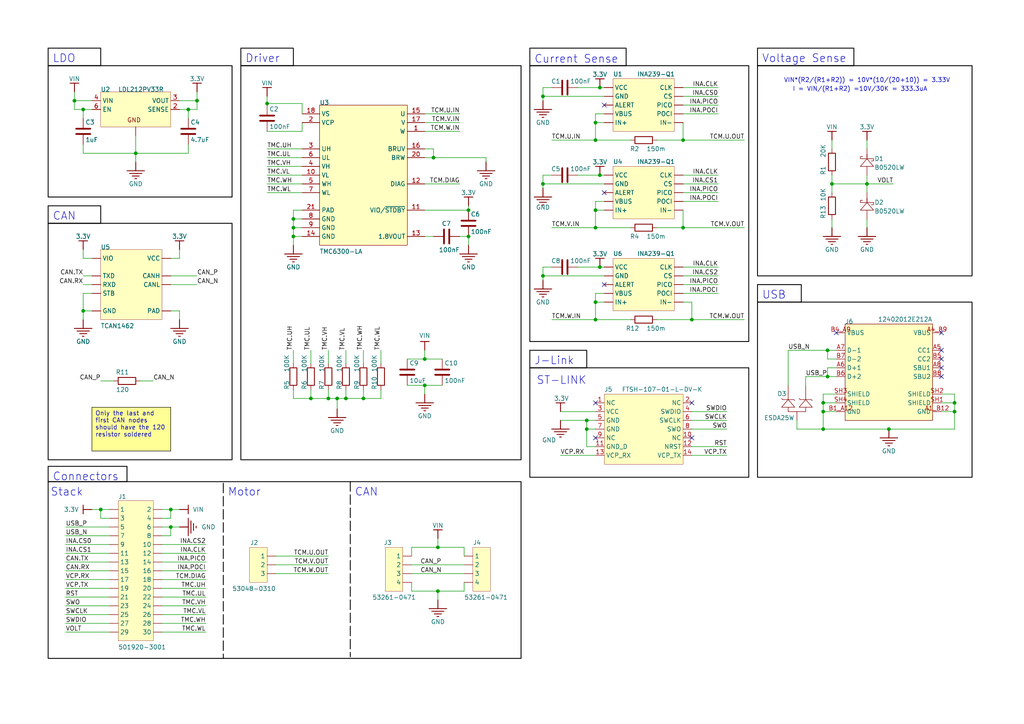
<source format=kicad_sch>
(kicad_sch (version 20250114) (generator "eeschema") (generator_version "9.0")
  (paper "A4")
  (title_block (date "2025-05-06") (rev "v3"))
  (lib_symbols
    (symbol "BLDCM-Power-altium-import:3.3V_BAR" (power)
      (property "Value" "3.3V" (at 0 -3.81 0))
      (symbol "3.3V_BAR_0_0"
        (pin power_in line (at 0 0 0) (length 0) (hide yes) (name "3.3V") (number ""))
      )
    )
    (symbol "BLDCM-Power-altium-import:GND_POWER_GROUND" (power)
      (property "Value" "GND" (at 0 -6.35 0))
      (symbol "GND_POWER_GROUND_0_0"
        (pin power_in line (at 0 0 0) (length 0) (hide yes) (name "GND") (number ""))
      )
    )
    (symbol "BLDCM-Power-altium-import:VIN_BAR" (power)
      (property "Value" "VIN" (at 0 -3.81 0))
      (symbol "VIN_BAR_0_0"
        (pin power_in line (at 0 0 0) (length 0) (hide yes) (name "VIN") (number ""))
      )
    )
    (symbol "BrenoCQ:D_Schottky_B0520LW" (pin_numbers (hide yes)) (pin_names (hide yes))
      (property "Reference" "D?" (at -2.54 3.81 0))
      (symbol "D_Schottky_B0520LW_1_0"
        (pin passive line (at 0 3.81 270) (length 2.54) (name "2") (number "2"))
        (pin passive line (at 0 -3.81 90) (length 2.54) (name "1") (number "1"))
      )
    )
    (symbol "BrenoCQ:ESDA25W" (pin_numbers (hide yes)) (pin_names (hide yes))
      (property "Reference" "U?" (at -5.08 5.08 0))
      (symbol "ESDA25W_1_0"
        (pin passive line (at -2.54 7.62 270) (length 2.54) (name "1") (number "1"))
        (pin passive line (at 0 -2.54 90) (length 2.54) (name "3") (number "3"))
        (pin passive line (at 2.54 7.62 270) (length 2.54) (name "2") (number "2"))
      )
    )
    (symbol "BrenoCQ:INA239-Q1" (pin_numbers (hide yes))
      (property "Reference" "U?" (at -7.62 8.89 0))
      (symbol "INA239-Q1_1_0"
        (pin passive line (at -11.43 5.08 0) (length 2.54) (name "VCC") (number "6"))
        (pin passive line (at -11.43 2.54 0) (length 2.54) (name "GND") (number "7"))
        (pin passive line (at -11.43 0 0) (length 2.54) (name "ALERT") (number "3"))
        (pin passive line (at -11.43 -2.54 0) (length 2.54) (name "VBUS") (number "8"))
        (pin passive line (at -11.43 -5.08 0) (length 2.54) (name "IN+") (number "10"))
        (pin passive line (at 11.43 5.08 180) (length 2.54) (name "CLK") (number "5"))
        (pin passive line (at 11.43 2.54 180) (length 2.54) (name "CS") (number "1"))
        (pin passive line (at 11.43 0 180) (length 2.54) (name "PICO") (number "2"))
        (pin passive line (at 11.43 -2.54 180) (length 2.54) (name "POCI") (number "4"))
        (pin passive line (at 11.43 -5.08 180) (length 2.54) (name "IN-") (number "9"))
      )
    )
    (symbol "BrenoCQ:JLINK_14P_FTSH-107-01-L-DV-K-TR"
      (property "Reference" "J?" (at -3.175 8.89 0))
      (symbol "JLINK_14P_FTSH-107-01-L-DV-K-TR_1_0"
        (pin passive line (at -7.62 5.08 0) (length 2.54) (name "NC") (number "1"))
        (pin passive line (at -7.62 2.54 0) (length 2.54) (name "VCC") (number "3"))
        (pin passive line (at -7.62 0 0) (length 2.54) (name "GND") (number "5"))
        (pin passive line (at -7.62 -2.54 0) (length 2.54) (name "GND") (number "7"))
        (pin passive line (at -7.62 -5.08 0) (length 2.54) (name "NC") (number "9"))
        (pin passive line (at -7.62 -7.62 0) (length 2.54) (name "GND_D") (number "11"))
        (pin passive line (at -7.62 -10.16 0) (length 2.54) (name "VCP_RX") (number "13"))
        (pin passive line (at 20.32 5.08 180) (length 2.54) (name "NC") (number "2"))
        (pin passive line (at 20.32 2.54 180) (length 2.54) (name "SWDIO") (number "4"))
        (pin passive line (at 20.32 0 180) (length 2.54) (name "SWCLK") (number "6"))
        (pin passive line (at 20.32 -2.54 180) (length 2.54) (name "SWO") (number "8"))
        (pin passive line (at 20.32 -5.08 180) (length 2.54) (name "NC") (number "10"))
        (pin passive line (at 20.32 -7.62 180) (length 2.54) (name "NRST") (number "12"))
        (pin passive line (at 20.32 -10.16 180) (length 2.54) (name "VCP_TX") (number "14"))
      )
    )
    (symbol "BrenoCQ:LDL212PV33R"
      (property "Reference" "U?" (at -8.89 8.89 0))
      (symbol "LDL212PV33R_1_0"
        (text "GND" (at -2.54 -1.27 0) (effects (font (size 1.27 1.27)) (justify left bottom)))
        (pin passive line (at -12.7 5.08 0) (length 2.54) (name "VIN") (number "4"))
        (pin passive line (at -12.7 2.54 0) (length 2.54) (name "EN") (number "6"))
        (pin passive line (at 0 -5.08 90) (length 2.54) (name "GND") (number "1"))
        (pin passive line (at 0 -5.08 90) (length 2.54) (name "GND") (number "PAD"))
        (pin passive line (at 12.7 5.08 180) (length 2.54) (name "VOUT") (number "3"))
        (pin passive line (at 12.7 2.54 180) (length 2.54) (name "SENSE") (number "2"))
      )
    )
    (symbol "BrenoCQ:Molex_05MM-30P" (pin_numbers (hide yes))
      (property "Reference" "J?" (at -3.81 13.97 0))
      (symbol "Molex_05MM-30P_1_0"
        (pin passive line (at -7.62 10.16 0) (length 2.54) (name "1") (number "1"))
        (pin passive line (at -7.62 7.62 0) (length 2.54) (name "3") (number "3"))
        (pin passive line (at -7.62 5.08 0) (length 2.54) (name "5") (number "5"))
        (pin passive line (at -7.62 2.54 0) (length 2.54) (name "7") (number "7"))
        (pin passive line (at -7.62 0 0) (length 2.54) (name "9") (number "9"))
        (pin passive line (at -7.62 -2.54 0) (length 2.54) (name "11") (number "11"))
        (pin passive line (at -7.62 -5.08 0) (length 2.54) (name "13") (number "13"))
        (pin passive line (at -7.62 -7.62 0) (length 2.54) (name "15") (number "15"))
        (pin passive line (at -7.62 -10.16 0) (length 2.54) (name "17") (number "17"))
        (pin passive line (at -7.62 -12.7 0) (length 2.54) (name "19") (number "19"))
        (pin passive line (at -7.62 -15.24 0) (length 2.54) (name "21") (number "21"))
        (pin passive line (at -7.62 -17.78 0) (length 2.54) (name "23") (number "23"))
        (pin passive line (at -7.62 -20.32 0) (length 2.54) (name "25") (number "25"))
        (pin passive line (at -7.62 -22.86 0) (length 2.54) (name "27") (number "27"))
        (pin passive line (at -7.62 -25.4 0) (length 2.54) (name "29") (number "29"))
        (pin passive line (at 7.62 10.16 180) (length 2.54) (name "2") (number "2"))
        (pin passive line (at 7.62 7.62 180) (length 2.54) (name "4") (number "4"))
        (pin passive line (at 7.62 5.08 180) (length 2.54) (name "6") (number "6"))
        (pin passive line (at 7.62 2.54 180) (length 2.54) (name "8") (number "8"))
        (pin passive line (at 7.62 0 180) (length 2.54) (name "10") (number "10"))
        (pin passive line (at 7.62 -2.54 180) (length 2.54) (name "12") (number "12"))
        (pin passive line (at 7.62 -5.08 180) (length 2.54) (name "14") (number "14"))
        (pin passive line (at 7.62 -7.62 180) (length 2.54) (name "16") (number "16"))
        (pin passive line (at 7.62 -10.16 180) (length 2.54) (name "18") (number "18"))
        (pin passive line (at 7.62 -12.7 180) (length 2.54) (name "20") (number "20"))
        (pin passive line (at 7.62 -15.24 180) (length 2.54) (name "22") (number "22"))
        (pin passive line (at 7.62 -17.78 180) (length 2.54) (name "24") (number "24"))
        (pin passive line (at 7.62 -20.32 180) (length 2.54) (name "26") (number "26"))
        (pin passive line (at 7.62 -22.86 180) (length 2.54) (name "28") (number "28"))
        (pin passive line (at 7.62 -25.4 180) (length 2.54) (name "30") (number "30"))
      )
    )
    (symbol "BrenoCQ:Molex_125MM-3P-H" (pin_numbers (hide yes))
      (property "Reference" "J?" (at -1.27 6.35 0))
      (symbol "Molex_125MM-3P-H_1_0"
        (pin passive line (at -5.08 2.54 0) (length 2.54) (name "1") (number "1"))
        (pin passive line (at -5.08 0 0) (length 2.54) (name "2") (number "2"))
        (pin passive line (at -5.08 -2.54 0) (length 2.54) (name "3") (number "3"))
      )
    )
    (symbol "BrenoCQ:Molex_125MM-4P-H-SMD" (pin_numbers (hide yes))
      (property "Reference" "J?" (at -3.81 6.35 0))
      (symbol "Molex_125MM-4P-H-SMD_1_0"
        (pin passive line (at -7.62 2.54 0) (length 2.54) (name "1") (number "1"))
        (pin passive line (at -7.62 0 0) (length 2.54) (name "2") (number "2"))
        (pin passive line (at -7.62 -2.54 0) (length 2.54) (name "3") (number "3"))
        (pin passive line (at -7.62 -5.08 0) (length 2.54) (name "4") (number "4"))
      )
    )
    (symbol "BrenoCQ:TCAN1462" (pin_numbers (hide yes))
      (property "Reference" "U?" (at -6.35 11.43 0))
      (symbol "TCAN1462_1_0"
        (pin passive line (at -10.16 7.62 0) (length 2.54) (name "VIO") (number "5"))
        (pin passive line (at -10.16 2.54 0) (length 2.54) (name "TXD") (number "1"))
        (pin passive line (at -10.16 0 0) (length 2.54) (name "RXD") (number "4"))
        (pin passive line (at -10.16 -2.54 0) (length 2.54) (name "STB") (number "8"))
        (pin passive line (at -10.16 -7.62 0) (length 2.54) (name "GND") (number "2"))
        (pin passive line (at 12.7 7.62 180) (length 2.54) (name "VCC") (number "3"))
        (pin passive line (at 12.7 2.54 180) (length 2.54) (name "CANH") (number "7"))
        (pin passive line (at 12.7 0 180) (length 2.54) (name "CANL") (number "6"))
        (pin passive line (at 12.7 -7.62 180) (length 2.54) (name "PAD") (number "PAD"))
      )
    )
    (symbol "BrenoCQ:TMC6300-LA"
      (property "Reference" "U?" (at -11.43 19.05 0))
      (symbol "TMC6300-LA_1_0"
        (pin passive line (at -17.78 15.24 0) (length 5.08) (name "VS") (number "18"))
        (pin passive line (at -17.78 12.7 0) (length 5.08) (name "VCP") (number "2"))
        (pin passive line (at -17.78 5.08 0) (length 5.08) (name "UH") (number "3"))
        (pin passive line (at -17.78 2.54 0) (length 5.08) (name "UL") (number "6"))
        (pin passive line (at -17.78 0 0) (length 5.08) (name "VH") (number "4"))
        (pin passive line (at -17.78 -2.54 0) (length 5.08) (name "VL") (number "10"))
        (pin passive line (at -17.78 -5.08 0) (length 5.08) (name "WH") (number "5"))
        (pin passive line (at -17.78 -7.62 0) (length 5.08) (name "WL") (number "7"))
        (pin passive line (at -17.78 -12.7 0) (length 5.08) (name "PAD") (number "21"))
        (pin passive line (at -17.78 -15.24 0) (length 5.08) (name "GND") (number "8"))
        (pin passive line (at -17.78 -17.78 0) (length 5.08) (name "GND") (number "9"))
        (pin passive line (at -17.78 -20.32 0) (length 5.08) (name "GND") (number "14"))
        (pin passive line (at 17.78 15.24 180) (length 5.08) (name "U") (number "15"))
        (pin passive line (at 17.78 12.7 180) (length 5.08) (name "V") (number "17"))
        (pin passive line (at 17.78 10.16 180) (length 5.08) (name "W") (number "1"))
        (pin passive line (at 17.78 5.08 180) (length 5.08) (name "BRUV") (number "16"))
        (pin passive line (at 17.78 2.54 180) (length 5.08) (name "BRW") (number "20"))
        (pin passive line (at 17.78 -5.08 180) (length 5.08) (name "DIAG") (number "12"))
        (pin passive line (at 17.78 -12.7 180) (length 5.08) (name "VIO/~{STDBY}") (number "11"))
        (pin passive line (at 17.78 -20.32 180) (length 5.08) (name "1.8VOUT") (number "13"))
      )
    )
    (symbol "BrenoCQ:USB_12402012E212A"
      (property "Reference" "U?" (at -11.43 13.97 0))
      (symbol "USB_12402012E212A_1_0"
        (pin power_in line (at -15.24 10.16 0) (length 2.54) (name "VBUS") (number "B4_A9"))
        (pin bidirectional line (at -15.24 5.08 0) (length 2.54) (name "D-1") (number "A7"))
        (pin bidirectional line (at -15.24 2.54 0) (length 2.54) (name "D-2") (number "B7"))
        (pin bidirectional line (at -15.24 0 0) (length 2.54) (name "D+1") (number "A6"))
        (pin bidirectional line (at -15.24 -2.54 0) (length 2.54) (name "D+2") (number "B6"))
        (pin passive line (at -15.24 -7.62 0) (length 2.54) (name "SHIELD") (number "SH3"))
        (pin passive line (at -15.24 -10.16 0) (length 2.54) (name "SHIELD") (number "SH4"))
        (pin power_in line (at -15.24 -12.7 0) (length 2.54) (name "GND") (number "B1_A12"))
        (pin power_in line (at 15.24 10.16 180) (length 2.54) (name "VBUS") (number "A4_B9"))
        (pin bidirectional line (at 15.24 5.08 180) (length 2.54) (name "CC1") (number "A5"))
        (pin bidirectional line (at 15.24 2.54 180) (length 2.54) (name "CC2") (number "B5"))
        (pin bidirectional line (at 15.24 0 180) (length 2.54) (name "SBU1") (number "A8"))
        (pin bidirectional line (at 15.24 -2.54 180) (length 2.54) (name "SBU2") (number "B8"))
        (pin passive line (at 15.24 -7.62 180) (length 2.54) (name "SHIELD") (number "SH2"))
        (pin passive line (at 15.24 -10.16 180) (length 2.54) (name "SHIELD") (number "SH1"))
        (pin power_in line (at 15.24 -12.7 180) (length 2.54) (name "GND") (number "A1_B12"))
      )
    )
    (symbol "Device:C" (pin_numbers (hide yes)) (pin_names (offset 0.254))
      (property "Reference" "C" (at 0.635 2.54 0))
      (property "Value" "C" (at 0.635 -2.54 0))
      (symbol "C_1_1"
        (pin passive line (at 0 3.81 270) (length 2.794) (name "~") (number "1"))
        (pin passive line (at 0 -3.81 90) (length 2.794) (name "~") (number "2"))
      )
    )
    (symbol "Device:R" (pin_numbers (hide yes)) (pin_names (offset 0))
      (property "Reference" "R" (at 2.032 0 90))
      (property "Value" "R" (at 0 0 90))
      (symbol "R_1_1"
        (pin passive line (at 0 3.81 270) (length 1.27) (name "~") (number "1"))
        (pin passive line (at 0 -3.81 90) (length 1.27) (name "~") (number "2"))
      )
    )
  )
  (rectangle (start 13.97 13.97) (end 29.21 19.05) (stroke (width 0.254) (color 0 0 0 1)))
  (rectangle (start 69.85 13.97) (end 85.09 19.05) (stroke (width 0.254) (color 0 0 0 1)))
  (rectangle (start 69.85 19.05) (end 151.13 133.35) (stroke (width 0.254) (color 0 0 0 1)))
  (rectangle (start 153.67 101.6) (end 170.18 106.68) (stroke (width 0.254) (color 0 0 0 1)))
  (rectangle (start 232.41 82.55) (end 219.71 87.63) (stroke (width 0.254) (color 0 0 0 1)))
  (rectangle (start 29.21 59.69) (end 13.97 64.77) (stroke (width 0.254) (color 0 0 0 1)))
  (rectangle (start 153.67 106.68) (end 217.17 138.43) (stroke (width 0.254) (color 0 0 0 1)))
  (rectangle (start 219.71 19.05) (end 281.94 80.01) (stroke (width 0.254) (color 0 0 0 1)))
  (rectangle (start 13.97 135.255) (end 36.83 139.7) (stroke (width 0.254) (color 0 0 0 1)))
  (rectangle (start 13.97 139.7) (end 151.13 190.9572) (stroke (width 0.254) (color 0 0 0 1)))
  (rectangle (start 219.71 13.97) (end 247.65 19.05) (stroke (width 0.254) (color 0 0 0 1)))
  (rectangle (start 219.71 87.63) (end 281.94 138.43) (stroke (width 0.254) (color 0 0 0 1)))
  (rectangle (start 153.67 13.97) (end 181.61 19.05) (stroke (width 0.254) (color 0 0 0 1)))
  (rectangle (start 67.31 64.77) (end 13.97 133.35) (stroke (width 0.254) (color 0 0 0 1)))
  (rectangle (start 153.67 19.05) (end 217.17 99.06) (stroke (width 0.254) (color 0 0 0 1)))
  (rectangle (start 13.97 19.05) (end 67.31 57.15) (stroke (width 0.254) (color 0 0 0 1)))
  (text "J-Link" (at 154.94 106.045 0) (effects (font (size 2.286 2.286)) (justify left bottom)))
  (text "I = VIN/(R1+R2) =10V/30K = 333.3uA" (at 229.87 26.67 0) (effects (font (size 1.27 1.27)) (justify left bottom)))
  (text "Driver" (at 71.12 18.415 0) (effects (font (size 2.286 2.286)) (justify left bottom)))
  (text "Stack" (at 14.605 144.145 0) (effects (font (size 2.286 2.286)) (justify left bottom)))
  (text "CAN" (at 15.24 64.135 0) (effects (font (size 2.286 2.286)) (justify left bottom)))
  (text "ST-LINK" (at 155.575 111.76 0) (effects (font (size 2.286 2.286)) (justify left bottom)))
  (text "VIN*(R2/(R1+R2)) = 10V*(10/(20+10)) = 3.33V" (at 227.33 24.13 0) (effects (font (size 1.27 1.27)) (justify left bottom)))
  (text "Motor" (at 66.04 144.145 0) (effects (font (size 2.286 2.286)) (justify left bottom)))
  (text "CAN" (at 102.87 144.145 0) (effects (font (size 2.286 2.286)) (justify left bottom)))
  (text "Voltage Sense" (at 220.98 18.415 0) (effects (font (size 2.286 2.286)) (justify left bottom)))
  (text "USB" (at 220.98 86.995 0) (effects (font (size 2.286 2.286)) (justify left bottom)))
  (text "Connectors" (at 15.24 139.7 0) (effects (font (size 2.286 2.286)) (justify left bottom)))
  (text "Current Sense" (at 154.94 18.5928 0) (effects (font (size 2.286 2.286)) (justify left bottom)))
  (text "LDO" (at 15.24 18.415 0) (effects (font (size 2.286 2.286)) (justify left bottom)))
  (text_box "Only the last and first CAN nodes should have the 120 resistor soldered" (at 49.53 118.11 0) (size -22.86 12.7) (margins 0.9525 0.9525 0.9525 0.9525) (stroke (width 0) (color 0 0 0 1)) (fill (type color) (color 255 255 150 1)) (effects (font (size 1.27 1.27)) (justify left top)))
  (junction (at 170.18 121.92))
  (junction (at 240.03 109.22))
  (junction (at 170.18 124.46))
  (junction (at 24.13 90.17))
  (junction (at 172.72 35.56))
  (junction (at 173.99 25.4))
  (junction (at 172.72 40.64))
  (junction (at 54.61 31.75))
  (junction (at 49.53 147.7772))
  (junction (at 85.09 68.58))
  (junction (at 173.99 77.47))
  (junction (at 90.17 115.57))
  (junction (at 135.89 60.96))
  (junction (at 198.12 40.64))
  (junction (at 24.13 31.75))
  (junction (at 97.79 115.57))
  (junction (at 105.41 115.57))
  (junction (at 123.19 104.14))
  (junction (at 95.25 115.57))
  (junction (at 123.19 111.76))
  (junction (at 172.72 66.04))
  (junction (at 127 158.75))
  (junction (at 157.48 53.34))
  (junction (at 100.33 115.57))
  (junction (at 257.81 124.46))
  (junction (at 157.48 27.94))
  (junction (at 276.86 116.84))
  (junction (at 172.72 87.63))
  (junction (at 172.72 92.71))
  (junction (at 198.12 66.04))
  (junction (at 29.21 147.7772))
  (junction (at 238.76 119.38))
  (junction (at 57.15 29.21))
  (junction (at 39.37 44.45))
  (junction (at 240.03 101.6))
  (junction (at 85.09 66.04))
  (junction (at 127 171.45))
  (junction (at 21.59 29.21))
  (junction (at 173.99 50.8))
  (junction (at 238.76 116.84))
  (junction (at 241.3 53.34))
  (junction (at 125.73 45.72))
  (junction (at 135.89 68.58))
  (junction (at 251.46 53.34))
  (junction (at 172.72 60.96))
  (junction (at 276.86 119.38))
  (junction (at 49.53 152.8572))
  (junction (at 77.47 30.0228))
  (junction (at 85.09 63.5))
  (junction (at 238.76 124.46))
  (junction (at 200.66 92.71))
  (junction (at 157.48 80.01))
  (no_connect (at 172.72 127))
  (no_connect (at 273.05 96.52))
  (no_connect (at 175.26 82.55))
  (no_connect (at 242.57 96.52))
  (no_connect (at 273.05 109.22))
  (no_connect (at 172.72 116.84))
  (no_connect (at 175.26 30.48))
  (no_connect (at 175.26 55.88))
  (no_connect (at 273.05 101.6))
  (no_connect (at 273.05 104.14))
  (no_connect (at 200.66 116.84))
  (no_connect (at 273.05 106.68))
  (no_connect (at 200.66 127))
  (wire (pts (xy 238.76 119.38) (xy 238.76 116.84)))
  (wire (pts (xy 175.26 50.8) (xy 173.99 50.8)))
  (wire (pts (xy 90.17 105.41) (xy 90.17 101.6)))
  (wire (pts (xy 190.5 66.04) (xy 198.12 66.04)))
  (wire (pts (xy 162.56 119.38) (xy 172.72 119.38)))
  (wire (pts (xy 26.67 80.01) (xy 24.13 80.01)))
  (wire (pts (xy 105.41 113.03) (xy 105.41 115.57)))
  (wire (pts (xy 190.5 40.64) (xy 198.12 40.64)))
  (wire (pts (xy 59.69 157.9372) (xy 46.99 157.9372)))
  (wire (pts (xy 39.37 44.45) (xy 39.37 46.99)))
  (wire (pts (xy 54.61 31.75) (xy 54.61 34.29)))
  (wire (pts (xy 123.19 60.96) (xy 135.89 60.96)))
  (wire (pts (xy 26.67 85.09) (xy 24.13 85.09)))
  (wire (pts (xy 160.02 66.04) (xy 172.72 66.04)))
  (wire (pts (xy 52.07 29.21) (xy 57.15 29.21)))
  (wire (pts (xy 97.79 115.57) (xy 97.79 118.5672)))
  (wire (pts (xy 172.72 87.63) (xy 172.72 85.09)))
  (wire (pts (xy 134.62 163.83) (xy 119.38 163.83)))
  (wire (pts (xy 231.14 121.92) (xy 231.14 124.46)))
  (wire (pts (xy 26.67 29.21) (xy 21.59 29.21)))
  (wire (pts (xy 24.13 31.75) (xy 21.59 31.75)))
  (polyline (pts (xy 64.77 140.1572) (xy 64.77 190.9572)) (stroke (width 0.254) (type dash) (color 0 0 0 1)))
  (wire (pts (xy 157.48 29.21) (xy 157.48 27.94)))
  (wire (pts (xy 95.25 115.57) (xy 97.79 115.57)))
  (wire (pts (xy 233.68 111.76) (xy 233.68 109.22)))
  (wire (pts (xy 135.89 71.12) (xy 135.89 68.58)))
  (wire (pts (xy 52.07 31.75) (xy 54.61 31.75)))
  (wire (pts (xy 157.48 77.47) (xy 160.02 77.47)))
  (wire (pts (xy 59.69 183.3372) (xy 46.99 183.3372)))
  (wire (pts (xy 24.13 41.91) (xy 24.13 44.45)))
  (wire (pts (xy 273.05 114.3) (xy 276.86 114.3)))
  (wire (pts (xy 29.21 147.7772) (xy 31.75 147.7772)))
  (wire (pts (xy 157.48 27.94) (xy 157.48 25.4)))
  (wire (pts (xy 95.25 161.29) (xy 80.01 161.29)))
  (wire (pts (xy 77.47 27.94) (xy 77.47 30.0228)))
  (wire (pts (xy 241.3 50.8) (xy 241.3 53.34)))
  (wire (pts (xy 241.3 63.5) (xy 241.3 66.04)))
  (wire (pts (xy 105.41 105.41) (xy 105.41 101.6)))
  (wire (pts (xy 46.99 165.5572) (xy 59.69 165.5572)))
  (wire (pts (xy 46.99 170.6372) (xy 59.69 170.6372)))
  (wire (pts (xy 31.75 183.3372) (xy 19.05 183.3372)))
  (wire (pts (xy 87.63 35.56) (xy 87.63 38.1)))
  (wire (pts (xy 95.25 113.03) (xy 95.25 115.57)))
  (wire (pts (xy 85.09 68.58) (xy 87.63 68.58)))
  (wire (pts (xy 19.05 175.7172) (xy 31.75 175.7172)))
  (wire (pts (xy 49.53 82.55) (xy 57.15 82.55)))
  (wire (pts (xy 123.19 114.3) (xy 123.19 111.76)))
  (wire (pts (xy 123.19 111.76) (xy 128.27 111.76)))
  (wire (pts (xy 233.68 109.22) (xy 240.03 109.22)))
  (wire (pts (xy 210.82 132.08) (xy 200.66 132.08)))
  (wire (pts (xy 172.72 35.56) (xy 175.26 35.56)))
  (wire (pts (xy 198.12 58.42) (xy 208.28 58.42)))
  (wire (pts (xy 85.09 60.96) (xy 85.09 63.5)))
  (wire (pts (xy 175.26 25.4) (xy 173.99 25.4)))
  (wire (pts (xy 198.12 53.34) (xy 208.28 53.34)))
  (wire (pts (xy 172.72 60.96) (xy 172.72 58.42)))
  (wire (pts (xy 19.05 170.6372) (xy 31.75 170.6372)))
  (wire (pts (xy 118.11 111.76) (xy 123.19 111.76)))
  (wire (pts (xy 125.73 45.72) (xy 140.97 45.72)))
  (wire (pts (xy 251.46 53.34) (xy 259.08 53.34)))
  (wire (pts (xy 242.57 119.38) (xy 238.76 119.38)))
  (wire (pts (xy 127 171.45) (xy 127 173.99)))
  (wire (pts (xy 228.6 111.76) (xy 228.6 101.6)))
  (wire (pts (xy 59.69 160.4772) (xy 46.99 160.4772)))
  (wire (pts (xy 31.75 152.8572) (xy 19.05 152.8572)))
  (wire (pts (xy 90.17 113.03) (xy 90.17 115.57)))
  (wire (pts (xy 200.66 92.71) (xy 215.9 92.71)))
  (wire (pts (xy 198.12 77.47) (xy 208.28 77.47)))
  (wire (pts (xy 198.12 27.94) (xy 208.28 27.94)))
  (wire (pts (xy 46.99 150.3172) (xy 49.53 150.3172)))
  (wire (pts (xy 105.41 115.57) (xy 110.49 115.57)))
  (wire (pts (xy 26.67 31.75) (xy 24.13 31.75)))
  (wire (pts (xy 198.12 87.63) (xy 200.66 87.63)))
  (wire (pts (xy 29.21 147.7772) (xy 29.21 150.3172)))
  (wire (pts (xy 231.14 124.46) (xy 238.76 124.46)))
  (wire (pts (xy 29.21 150.3172) (xy 31.75 150.3172)))
  (wire (pts (xy 251.46 55.88) (xy 251.46 53.34)))
  (wire (pts (xy 134.62 158.75) (xy 134.62 161.29)))
  (wire (pts (xy 54.61 44.45) (xy 39.37 44.45)))
  (wire (pts (xy 135.89 59.69) (xy 135.89 60.96)))
  (wire (pts (xy 123.19 101.6) (xy 123.19 104.14)))
  (wire (pts (xy 119.38 161.29) (xy 119.38 158.75)))
  (wire (pts (xy 21.59 29.21) (xy 21.59 26.67)))
  (wire (pts (xy 240.03 101.6) (xy 242.57 101.6)))
  (wire (pts (xy 198.12 25.4) (xy 208.28 25.4)))
  (wire (pts (xy 198.12 55.88) (xy 208.28 55.88)))
  (wire (pts (xy 251.46 43.18) (xy 251.46 40.64)))
  (wire (pts (xy 198.12 50.8) (xy 208.28 50.8)))
  (wire (pts (xy 46.99 180.7972) (xy 59.69 180.7972)))
  (wire (pts (xy 157.48 53.34) (xy 157.48 50.8)))
  (wire (pts (xy 19.05 157.9372) (xy 31.75 157.9372)))
  (wire (pts (xy 210.82 129.54) (xy 200.66 129.54)))
  (wire (pts (xy 134.62 171.45) (xy 134.62 168.91)))
  (wire (pts (xy 85.09 113.03) (xy 85.09 115.57)))
  (wire (pts (xy 157.48 27.94) (xy 175.26 27.94)))
  (wire (pts (xy 100.33 113.03) (xy 100.33 115.57)))
  (wire (pts (xy 100.33 115.57) (xy 105.41 115.57)))
  (wire (pts (xy 157.48 54.61) (xy 157.48 53.34)))
  (wire (pts (xy 133.35 38.1) (xy 123.19 38.1)))
  (wire (pts (xy 157.48 80.01) (xy 157.48 77.47)))
  (wire (pts (xy 170.18 124.46) (xy 172.72 124.46)))
  (wire (pts (xy 85.09 66.04) (xy 85.09 68.58)))
  (wire (pts (xy 119.38 171.45) (xy 127 171.45)))
  (wire (pts (xy 125.73 43.18) (xy 125.73 45.72)))
  (wire (pts (xy 46.99 155.3972) (xy 49.53 155.3972)))
  (wire (pts (xy 198.12 35.56) (xy 198.12 40.64)))
  (wire (pts (xy 59.69 178.2572) (xy 46.99 178.2572)))
  (wire (pts (xy 49.53 152.8572) (xy 52.07 152.8572)))
  (wire (pts (xy 24.13 90.17) (xy 24.13 92.71)))
  (wire (pts (xy 242.57 104.14) (xy 240.03 104.14)))
  (wire (pts (xy 172.72 87.63) (xy 175.26 87.63)))
  (wire (pts (xy 170.18 129.54) (xy 172.72 129.54)))
  (wire (pts (xy 170.18 121.92) (xy 172.72 121.92)))
  (wire (pts (xy 133.35 53.34) (xy 123.19 53.34)))
  (wire (pts (xy 100.33 105.41) (xy 100.33 101.6)))
  (wire (pts (xy 24.13 74.93) (xy 24.13 72.39)))
  (wire (pts (xy 240.03 106.68) (xy 240.03 109.22)))
  (wire (pts (xy 276.86 119.38) (xy 276.86 124.46)))
  (wire (pts (xy 172.72 60.96) (xy 175.26 60.96)))
  (wire (pts (xy 123.19 45.72) (xy 125.73 45.72)))
  (wire (pts (xy 133.35 33.02) (xy 123.19 33.02)))
  (wire (pts (xy 19.05 180.7972) (xy 31.75 180.7972)))
  (wire (pts (xy 170.18 124.46) (xy 170.18 129.54)))
  (wire (pts (xy 172.72 92.71) (xy 160.02 92.71)))
  (wire (pts (xy 19.05 163.0172) (xy 31.75 163.0172)))
  (wire (pts (xy 54.61 41.91) (xy 54.61 44.45)))
  (wire (pts (xy 238.76 116.84) (xy 238.76 114.3)))
  (wire (pts (xy 26.67 147.7772) (xy 29.21 147.7772)))
  (wire (pts (xy 175.26 77.47) (xy 173.99 77.47)))
  (wire (pts (xy 175.26 53.34) (xy 157.48 53.34)))
  (wire (pts (xy 198.12 85.09) (xy 208.28 85.09)))
  (wire (pts (xy 87.63 50.8) (xy 77.47 50.8)))
  (wire (pts (xy 24.13 31.75) (xy 24.13 34.29)))
  (wire (pts (xy 133.35 35.56) (xy 123.19 35.56)))
  (wire (pts (xy 190.5 92.71) (xy 200.66 92.71)))
  (wire (pts (xy 90.17 115.57) (xy 95.25 115.57)))
  (wire (pts (xy 49.53 74.93) (xy 52.07 74.93)))
  (wire (pts (xy 251.46 50.8) (xy 251.46 53.34)))
  (wire (pts (xy 21.59 31.75) (xy 21.59 29.21)))
  (wire (pts (xy 273.05 119.38) (xy 276.86 119.38)))
  (wire (pts (xy 241.3 53.34) (xy 251.46 53.34)))
  (wire (pts (xy 52.07 90.17) (xy 52.07 92.71)))
  (wire (pts (xy 198.12 33.02) (xy 208.28 33.02)))
  (wire (pts (xy 167.64 50.8) (xy 173.99 50.8)))
  (wire (pts (xy 167.64 77.47) (xy 173.99 77.47)))
  (wire (pts (xy 57.15 31.75) (xy 57.15 29.21)))
  (wire (pts (xy 29.21 110.49) (xy 33.02 110.49)))
  (wire (pts (xy 31.75 168.0972) (xy 19.05 168.0972)))
  (wire (pts (xy 198.12 40.64) (xy 215.9 40.64)))
  (wire (pts (xy 127 158.75) (xy 134.62 158.75)))
  (wire (pts (xy 19.05 155.3972) (xy 31.75 155.3972)))
  (wire (pts (xy 97.79 115.57) (xy 100.33 115.57)))
  (wire (pts (xy 49.53 90.17) (xy 52.07 90.17)))
  (wire (pts (xy 31.75 173.1772) (xy 19.05 173.1772)))
  (wire (pts (xy 46.99 175.7172) (xy 59.69 175.7172)))
  (wire (pts (xy 273.05 116.84) (xy 276.86 116.84)))
  (wire (pts (xy 172.72 66.04) (xy 182.88 66.04)))
  (wire (pts (xy 175.26 80.01) (xy 157.48 80.01)))
  (wire (pts (xy 162.56 132.08) (xy 172.72 132.08)))
  (wire (pts (xy 49.53 147.7772) (xy 46.99 147.7772)))
  (wire (pts (xy 49.53 80.01) (xy 57.15 80.01)))
  (wire (pts (xy 95.25 163.83) (xy 80.01 163.83)))
  (wire (pts (xy 198.12 66.04) (xy 215.9 66.04)))
  (wire (pts (xy 172.72 87.63) (xy 172.72 92.71)))
  (wire (pts (xy 119.38 168.91) (xy 119.38 171.45)))
  (wire (pts (xy 123.19 104.14) (xy 128.27 104.14)))
  (wire (pts (xy 49.53 155.3972) (xy 49.53 152.8572)))
  (wire (pts (xy 24.13 85.09) (xy 24.13 90.17)))
  (wire (pts (xy 157.48 50.8) (xy 160.02 50.8)))
  (wire (pts (xy 257.81 124.46) (xy 238.76 124.46)))
  (wire (pts (xy 172.72 60.96) (xy 172.72 66.04)))
  (wire (pts (xy 110.49 105.41) (xy 110.49 101.6)))
  (wire (pts (xy 238.76 124.46) (xy 238.76 119.38)))
  (polyline (pts (xy 101.6 139.7) (xy 101.6 190.5)) (stroke (width 0.254) (type dash) (color 0 0 0 1)))
  (wire (pts (xy 157.48 81.28) (xy 157.48 80.01)))
  (wire (pts (xy 198.12 82.55) (xy 208.28 82.55)))
  (wire (pts (xy 200.66 119.38) (xy 210.82 119.38)))
  (wire (pts (xy 85.09 105.41) (xy 85.09 101.6)))
  (wire (pts (xy 198.12 60.96) (xy 198.12 66.04)))
  (wire (pts (xy 172.72 92.71) (xy 182.88 92.71)))
  (wire (pts (xy 123.19 43.18) (xy 125.73 43.18)))
  (wire (pts (xy 26.67 74.93) (xy 24.13 74.93)))
  (wire (pts (xy 242.57 106.68) (xy 240.03 106.68)))
  (wire (pts (xy 87.63 53.34) (xy 77.47 53.34)))
  (wire (pts (xy 77.47 30.0228) (xy 87.63 30.0228)))
  (wire (pts (xy 170.18 121.92) (xy 170.18 124.46)))
  (wire (pts (xy 85.09 68.58) (xy 85.09 71.12)))
  (wire (pts (xy 170.18 121.92) (xy 162.56 121.92)))
  (wire (pts (xy 59.69 163.0172) (xy 46.99 163.0172)))
  (wire (pts (xy 87.63 38.1) (xy 77.47 38.1)))
  (wire (pts (xy 19.05 160.4772) (xy 31.75 160.4772)))
  (wire (pts (xy 85.09 115.57) (xy 90.17 115.57)))
  (wire (pts (xy 172.72 40.64) (xy 182.88 40.64)))
  (wire (pts (xy 276.86 114.3) (xy 276.86 116.84)))
  (wire (pts (xy 172.72 85.09) (xy 175.26 85.09)))
  (wire (pts (xy 160.02 40.64) (xy 172.72 40.64)))
  (wire (pts (xy 87.63 43.18) (xy 77.47 43.18)))
  (wire (pts (xy 31.75 178.2572) (xy 19.05 178.2572)))
  (wire (pts (xy 198.12 80.01) (xy 208.28 80.01)))
  (wire (pts (xy 276.86 124.46) (xy 257.81 124.46)))
  (wire (pts (xy 52.07 74.93) (xy 52.07 72.39)))
  (wire (pts (xy 157.48 25.4) (xy 160.02 25.4)))
  (wire (pts (xy 87.63 48.26) (xy 77.47 48.26)))
  (wire (pts (xy 87.63 45.72) (xy 77.47 45.72)))
  (wire (pts (xy 240.03 109.22) (xy 242.57 109.22)))
  (wire (pts (xy 87.63 30.0228) (xy 87.63 33.02)))
  (wire (pts (xy 24.13 90.17) (xy 26.67 90.17)))
  (wire (pts (xy 24.13 44.45) (xy 39.37 44.45)))
  (wire (pts (xy 172.72 33.02) (xy 175.26 33.02)))
  (wire (pts (xy 24.13 82.55) (xy 26.67 82.55)))
  (wire (pts (xy 127 158.75) (xy 127 156.21)))
  (wire (pts (xy 46.99 152.8572) (xy 49.53 152.8572)))
  (wire (pts (xy 46.99 168.0972) (xy 59.69 168.0972)))
  (wire (pts (xy 59.69 173.1772) (xy 46.99 173.1772)))
  (wire (pts (xy 49.53 150.3172) (xy 49.53 147.7772)))
  (wire (pts (xy 87.63 60.96) (xy 85.09 60.96)))
  (wire (pts (xy 210.82 121.92) (xy 200.66 121.92)))
  (wire (pts (xy 172.72 35.56) (xy 172.72 40.64)))
  (wire (pts (xy 31.75 165.5572) (xy 19.05 165.5572)))
  (wire (pts (xy 240.03 104.14) (xy 240.03 101.6)))
  (wire (pts (xy 110.49 115.57) (xy 110.49 113.03)))
  (wire (pts (xy 251.46 63.5) (xy 251.46 66.04)))
  (wire (pts (xy 40.64 110.49) (xy 44.45 110.49)))
  (wire (pts (xy 242.57 116.84) (xy 238.76 116.84)))
  (wire (pts (xy 57.15 29.21) (xy 57.15 26.67)))
  (wire (pts (xy 167.64 25.4) (xy 173.99 25.4)))
  (wire (pts (xy 140.97 45.72) (xy 140.97 46.99)))
  (wire (pts (xy 39.37 39.37) (xy 39.37 44.45)))
  (wire (pts (xy 49.53 147.7772) (xy 52.07 147.7772)))
  (wire (pts (xy 241.3 53.34) (xy 241.3 55.88)))
  (wire (pts (xy 87.63 66.04) (xy 85.09 66.04)))
  (wire (pts (xy 95.25 105.41) (xy 95.25 101.6)))
  (wire (pts (xy 85.09 63.5) (xy 85.09 66.04)))
  (wire (pts (xy 200.66 124.46) (xy 210.82 124.46)))
  (wire (pts (xy 276.86 116.84) (xy 276.86 119.38)))
  (wire (pts (xy 200.66 87.63) (xy 200.66 92.71)))
  (wire (pts (xy 123.19 68.58) (xy 125.73 68.58)))
  (wire (pts (xy 77.47 30.0228) (xy 77.47 30.48)))
  (wire (pts (xy 134.62 166.37) (xy 119.38 166.37)))
  (wire (pts (xy 238.76 114.3) (xy 242.57 114.3)))
  (wire (pts (xy 133.35 68.58) (xy 135.89 68.58)))
  (wire (pts (xy 95.25 166.37) (xy 80.01 166.37)))
  (wire (pts (xy 228.6 101.6) (xy 240.03 101.6)))
  (wire (pts (xy 198.12 30.48) (xy 208.28 30.48)))
  (wire (pts (xy 241.3 43.18) (xy 241.3 40.64)))
  (wire (pts (xy 127 171.45) (xy 134.62 171.45)))
  (wire (pts (xy 118.11 104.14) (xy 123.19 104.14)))
  (wire (pts (xy 54.61 31.75) (xy 57.15 31.75)))
  (wire (pts (xy 85.09 63.5) (xy 87.63 63.5)))
  (wire (pts (xy 119.38 158.75) (xy 127 158.75)))
  (wire (pts (xy 172.72 58.42) (xy 175.26 58.42)))
  (wire (pts (xy 87.63 55.88) (xy 77.47 55.88)))
  (wire (pts (xy 172.72 35.56) (xy 172.72 33.02)))
  (label "INA.CS0" (at 208.28 27.94 180))
  (label "TMC.UL" (at 77.47 45.72 0))
  (label "VCP.RX" (at 162.56 132.08 0))
  (label "TMC.VL" (at 77.47 50.8 0))
  (label "SWO" (at 210.82 124.46 180))
  (label "TCM.V.OUT" (at 215.9 66.04 180))
  (label "TMC.WL" (at 77.47 55.88 0))
  (label "SWDIO" (at 19.05 180.7972 0))
  (label "RST" (at 210.82 129.54 180))
  (label "RST" (at 19.05 173.1772 0))
  (label "VCP.TX" (at 210.82 132.08 180))
  (label "TMC.WH" (at 77.47 53.34 0))
  (label "INA.CLK" (at 208.28 77.47 180))
  (label "TMC.UL" (at 59.69 173.1772 180))
  (label "CAN_P" (at 121.92 163.83 0))
  (label "USB_P" (at 233.68 109.22 0))
  (label "TMC.VH" (at 95.25 101.6 90))
  (label "CAN.TX" (at 19.05 163.0172 0))
  (label "SWCLK" (at 19.05 178.2572 0))
  (label "TMC.UH" (at 85.09 101.6 90))
  (label "INA.CS1" (at 19.05 160.4772 0))
  (label "TCM.U.OUT" (at 95.25 161.29 180))
  (label "TMC.WH" (at 59.69 180.7972 180))
  (label "TMC.WL" (at 59.69 183.3372 180))
  (label "INA.PICO" (at 59.69 163.0172 180))
  (label "INA.POCI" (at 208.28 85.09 180))
  (label "TCM.DIAG" (at 59.69 168.0972 180))
  (label "SWCLK" (at 210.82 121.92 180))
  (label "VOLT" (at 259.08 53.34 180))
  (label "TCM.U.IN" (at 160.02 40.64 0))
  (label "INA.CS0" (at 19.05 157.9372 0))
  (label "USB_N" (at 228.6 101.6 0))
  (label "TCM.W.IN" (at 133.35 38.1 180))
  (label "INA.POCI" (at 59.69 165.5572 180))
  (label "USB_N" (at 19.05 155.3972 0))
  (label "TMC.WH" (at 105.41 101.6 90))
  (label "TMC.VL" (at 100.33 101.6 90))
  (label "CAN_N" (at 57.15 82.55 0))
  (label "TCM.V.OUT" (at 95.25 163.83 180))
  (label "INA.CLK" (at 59.69 160.4772 180))
  (label "TMC.UH" (at 77.47 43.18 0))
  (label "INA.PICO" (at 208.28 82.55 180))
  (label "SWDIO" (at 210.82 119.38 180))
  (label "TCM.V.IN" (at 133.35 35.56 180))
  (label "INA.CS1" (at 208.28 53.34 180))
  (label "SWO" (at 19.05 175.7172 0))
  (label "TCM.W.IN" (at 160.02 92.71 0))
  (label "INA.CS2" (at 59.69 157.9372 180))
  (label "INA.CLK" (at 208.28 25.4 180))
  (label "INA.PICO" (at 208.28 55.88 180))
  (label "TCM.U.IN" (at 133.35 33.02 180))
  (label "TCM.W.OUT" (at 95.25 166.37 180))
  (label "TMC.VL" (at 59.69 178.2572 180))
  (label "INA.PICO" (at 208.28 30.48 180))
  (label "CAN.RX" (at 19.05 165.5572 0))
  (label "TMC.VH" (at 77.47 48.26 0))
  (label "TMC.UH" (at 59.69 170.6372 180))
  (label "VCP.RX" (at 19.05 168.0972 0))
  (label "TMC.UL" (at 90.17 101.6 90))
  (label "CAN.TX" (at 24.13 80.01 180))
  (label "VCP.TX" (at 19.05 170.6372 0))
  (label "INA.CLK" (at 208.28 50.8 180))
  (label "CAN_P" (at 29.21 110.49 180))
  (label "TMC.VH" (at 59.69 175.7172 180))
  (label "INA.CS2" (at 208.28 80.01 180))
  (label "CAN_P" (at 57.15 80.01 0))
  (label "CAN_N" (at 121.92 166.37 0))
  (label "CAN_N" (at 44.45 110.49 0))
  (label "CAN.RX" (at 24.13 82.55 180))
  (label "TCM.DIAG" (at 133.35 53.34 180))
  (label "TCM.V.IN" (at 160.02 66.04 0))
  (label "INA.POCI" (at 208.28 58.42 180))
  (label "VOLT" (at 19.05 183.3372 0))
  (label "TCM.W.OUT" (at 215.9 92.71 180))
  (label "USB_P" (at 19.05 152.8572 0))
  (label "INA.POCI" (at 208.28 33.02 180))
  (label "TMC.WL" (at 110.49 101.6 90))
  (label "TCM.U.OUT" (at 215.9 40.64 180))
  (symbol (lib_id "Device:C") (at 163.83 50.8 90) (unit 1)
    (property "Reference" "C5" (at 162.56 48.26 90) (effects (justify left bottom)))
    (property "Value" "100nF" (at 171.45 48.26 90) (effects (justify left bottom)))
    (property "Footprint" "BrenoCQ:C_0402" (effects (hide yes)))
    (property "Description" "Unpolarized capacitor" (effects (hide yes)))
  )
  (symbol (lib_id "Device:R") (at 90.17 109.22 0) (unit 1)
    (property "Reference" "R6" (at 88.265 113.03 90) (effects (justify left)))
    (property "Value" "100K" (at 88.265 107.95 90) (effects (justify left)))
    (property "Footprint" "BrenoCQ:R_0402" (effects (hide yes)))
    (property "Description" "Resistor" (effects (hide yes)))
  )
  (symbol (lib_id "BLDCM-Power-altium-import:3.3V_BAR") (at 135.89 59.69 180) (unit 1)
    (property "Reference" "#PWR0128" (effects (hide yes)))
    (property "Value" "3.3V" (at 135.89 55.88 0))
  )
  (symbol (lib_id "Device:R") (at 186.69 92.71 90) (unit 1)
    (property "Reference" "R12" (at 185.42 95.25 90) (effects (justify left)))
    (property "Value" "150m" (at 193.04 95.25 90) (effects (justify left)))
    (property "Footprint" "BrenoCQ:R_1210" (effects (hide yes)))
    (property "Description" "Resistor" (effects (hide yes)))
  )
  (symbol (lib_id "BLDCM-Power-altium-import:GND_POWER_GROUND") (at 162.56 121.92 0) (unit 1)
    (property "Reference" "#PWR0106" (effects (hide yes)))
    (property "Value" "GND" (at 161.29 127.635 0) (effects (justify right)))
  )
  (symbol (lib_id "BLDCM-Power-altium-import:GND_POWER_GROUND") (at 123.19 114.3 0) (unit 1)
    (property "Reference" "#PWR0119" (effects (hide yes)))
    (property "Value" "GND" (at 123.19 120.65 0))
  )
  (symbol (lib_id "BrenoCQ:INA239-Q1") (at 186.69 82.55 0) (unit 0)
    (property "Reference" "U6" (at 177.8 74.295 0) (effects (justify left bottom)))
    (property "Value" "INA239-Q1" (at 184.785 74.295 0) (effects (justify left bottom)))
    (property "Footprint" "BrenoCQ:VSSOP-10" (effects (hide yes)))
    (property "Datasheet" "https://www.ti.com/lit/ds/symlink/ina239-q1.pdf" (effects (hide yes)))
    (property "Description" "INA239-Q1 AEC-Q100, 85-V, 16-Bit, High-Precision Power Monitor With SPI Interface" (effects (hide yes)))
  )
  (symbol (lib_id "BLDCM-Power-altium-import:GND_POWER_GROUND") (at 39.37 46.99 0) (unit 1)
    (property "Reference" "#PWR0116" (effects (hide yes)))
    (property "Value" "GND" (at 39.37 53.34 0))
  )
  (symbol (lib_id "Device:R") (at 241.3 46.99 0) (unit 1)
    (property "Reference" "R1" (at 238.76 50.8 90) (effects (justify left)))
    (property "Value" "20K" (at 238.76 45.72 90) (effects (justify left)))
    (property "Footprint" "BrenoCQ:R_0402" (effects (hide yes)))
    (property "Description" "Resistor" (effects (hide yes)))
  )
  (symbol (lib_id "BLDCM-Power-altium-import:GND_POWER_GROUND") (at 251.46 66.04 0) (unit 1)
    (property "Reference" "#PWR0104" (effects (hide yes)))
    (property "Value" "GND" (at 251.46 72.39 0))
  )
  (symbol (lib_id "BLDCM-Power-altium-import:VIN_BAR") (at 21.59 26.67 180) (unit 1)
    (property "Reference" "#PWR0115" (effects (hide yes)))
    (property "Value" "VIN" (at 21.59 22.86 0))
  )
  (symbol (lib_id "BLDCM-Power-altium-import:GND_POWER_GROUND") (at 257.81 124.46 0) (unit 1)
    (property "Reference" "#PWR0101" (effects (hide yes)))
    (property "Value" "GND" (at 257.81 130.81 0))
  )
  (symbol (lib_id "BLDCM-Power-altium-import:3.3V_BAR") (at 52.07 72.39 180) (unit 1)
    (property "Reference" "#PWR0121" (effects (hide yes)))
    (property "Value" "3.3V" (at 52.07 68.58 0))
  )
  (symbol (lib_id "BLDCM-Power-altium-import:GND_POWER_GROUND") (at 52.07 152.8572 90) (unit 1)
    (property "Reference" "#PWR0125" (effects (hide yes)))
    (property "Value" "GND" (at 58.42 152.8572 90) (effects (justify right)))
  )
  (symbol (lib_id "BLDCM-Power-altium-import:3.3V_BAR") (at 173.99 50.8 180) (unit 1)
    (property "Reference" "#PWR0111" (effects (hide yes)))
    (property "Value" "3.3V" (at 173.99 46.99 0))
  )
  (symbol (lib_id "BrenoCQ:ESDA25W") (at 231.14 119.38 0) (unit 1)
    (property "Reference" "D3" (at 225.425 114.935 0) (effects (justify left bottom)))
    (property "Value" "ESDA25W" (at 221.615 121.92 0) (effects (justify left bottom)))
    (property "Footprint" "BrenoCQ:SOT-323" (effects (hide yes)))
    (property "Datasheet" "https://nl.mouser.com/datasheet/2/389/esdaxxxwx-1849182.pdf" (effects (hide yes)))
    (property "Description" "ESD suppressors / TVS diodes 25V 400W Unidirect" (effects (hide yes)))
  )
  (symbol (lib_id "BLDCM-Power-altium-import:GND_POWER_GROUND") (at 157.48 81.28 0) (unit 1)
    (property "Reference" "#PWR0108" (effects (hide yes)))
    (property "Value" "GND" (at 157.48 87.63 0))
  )
  (symbol (lib_id "BLDCM-Power-altium-import:GND_POWER_GROUND") (at 157.48 29.21 0) (unit 1)
    (property "Reference" "#PWR0112" (effects (hide yes)))
    (property "Value" "GND" (at 157.48 35.56 0))
  )
  (symbol (lib_id "BLDCM-Power-altium-import:3.3V_BAR") (at 162.56 119.38 180) (unit 1)
    (property "Reference" "#PWR0107" (effects (hide yes)))
    (property "Value" "3.3V" (at 160.655 115.57 0) (effects (justify right)))
  )
  (symbol (lib_id "Device:C") (at 118.11 107.95 0) (unit 1)
    (property "Reference" "C9" (at 118.745 106.045 0) (effects (justify left bottom)))
    (property "Value" "10uF" (at 118.745 111.125 0) (effects (justify left bottom)))
    (property "Footprint" "BrenoCQ:C_0805" (effects (hide yes)))
    (property "Description" "Unpolarized capacitor" (effects (hide yes)))
  )
  (symbol (lib_id "BLDCM-Power-altium-import:VIN_BAR") (at 123.19 101.6 180) (unit 1)
    (property "Reference" "#PWR0118" (effects (hide yes)))
    (property "Value" "VIN" (at 123.19 97.3328 0))
  )
  (symbol (lib_id "Device:R") (at 95.25 109.22 0) (unit 1)
    (property "Reference" "R7" (at 93.345 113.03 90) (effects (justify left)))
    (property "Value" "100K" (at 93.345 107.95 90) (effects (justify left)))
    (property "Footprint" "BrenoCQ:R_0402" (effects (hide yes)))
    (property "Description" "Resistor" (effects (hide yes)))
  )
  (symbol (lib_id "Device:C") (at 163.83 25.4 90) (unit 1)
    (property "Reference" "C1" (at 162.56 22.86 90) (effects (justify left bottom)))
    (property "Value" "100nF" (at 171.45 22.86 90) (effects (justify left bottom)))
    (property "Footprint" "BrenoCQ:C_0402" (effects (hide yes)))
    (property "Description" "Unpolarized capacitor" (effects (hide yes)))
  )
  (symbol (lib_id "BLDCM-Power-altium-import:GND_POWER_GROUND") (at 140.97 46.99 0) (unit 1)
    (property "Reference" "#PWR0129" (effects (hide yes)))
    (property "Value" "GND" (at 140.97 53.34 0))
  )
  (symbol (lib_id "BLDCM-Power-altium-import:3.3V_BAR") (at 24.13 72.39 180) (unit 1)
    (property "Reference" "#PWR0122" (effects (hide yes)))
    (property "Value" "3.3V" (at 24.13 68.58 0))
  )
  (symbol (lib_id "Device:C") (at 128.27 107.95 0) (unit 1)
    (property "Reference" "C10" (at 128.905 106.045 0) (effects (justify left bottom)))
    (property "Value" "100nF" (at 128.905 111.125 0) (effects (justify left bottom)))
    (property "Footprint" "BrenoCQ:C_0402" (effects (hide yes)))
    (property "Description" "Unpolarized capacitor" (effects (hide yes)))
  )
  (symbol (lib_id "Device:R") (at 186.69 66.04 90) (unit 1)
    (property "Reference" "R4" (at 185.42 68.58 90) (effects (justify left)))
    (property "Value" "150m" (at 193.04 68.58 90) (effects (justify left)))
    (property "Footprint" "BrenoCQ:R_1210" (effects (hide yes)))
    (property "Description" "Resistor" (effects (hide yes)))
  )
  (symbol (lib_id "BLDCM-Power-altium-import:GND_POWER_GROUND") (at 97.79 118.5672 0) (unit 1)
    (property "Reference" "#PWR0131" (effects (hide yes)))
    (property "Value" "GND" (at 97.79 124.9172 0))
  )
  (symbol (lib_id "BLDCM-Power-altium-import:VIN_BAR") (at 241.3 40.64 180) (unit 1)
    (property "Reference" "#PWR0102" (effects (hide yes)))
    (property "Value" "VIN" (at 241.3 36.83 0))
  )
  (symbol (lib_id "Device:R") (at 105.41 109.22 0) (unit 1)
    (property "Reference" "R9" (at 103.505 113.03 90) (effects (justify left)))
    (property "Value" "100K" (at 103.505 107.95 90) (effects (justify left)))
    (property "Footprint" "BrenoCQ:R_0402" (effects (hide yes)))
    (property "Description" "Resistor" (effects (hide yes)))
  )
  (symbol (lib_id "Device:R") (at 186.69 40.64 90) (unit 1)
    (property "Reference" "R2" (at 185.42 43.18 90) (effects (justify left)))
    (property "Value" "150m" (at 193.04 43.18 90) (effects (justify left)))
    (property "Footprint" "BrenoCQ:R_1210" (effects (hide yes)))
    (property "Description" "Resistor" (effects (hide yes)))
  )
  (symbol (lib_id "BrenoCQ:Molex_125MM-3P-H") (at 74.93 163.83 0) (mirror y) (unit 0)
    (property "Reference" "J2" (at 74.93 158.115 0) (effects (justify left bottom)))
    (property "Value" "53048-0310" (at 80.01 171.45 0) (effects (justify left bottom)))
    (property "Footprint" "BrenoCQ:53048-0310" (effects (hide yes)))
    (property "Datasheet" "https://www.farnell.com/datasheets/2697738.pdf" (effects (hide yes)))
    (property "Description" "Molex 1.25mm 3pins Right Angle" (effects (hide yes)))
  )
  (symbol (lib_id "BLDCM-Power-altium-import:3.3V_BAR") (at 57.15 26.67 180) (unit 1)
    (property "Reference" "#PWR0114" (effects (hide yes)))
    (property "Value" "3.3V" (at 57.15 22.86 0))
  )
  (symbol (lib_id "BLDCM-Power-altium-import:VIN_BAR") (at 52.07 147.7772 90) (unit 1)
    (property "Reference" "#PWR0124" (effects (hide yes)))
    (property "Value" "VIN" (at 55.88 147.7772 90) (effects (justify right)))
  )
  (symbol (lib_id "Device:C") (at 77.47 34.29 0) (unit 1)
    (property "Reference" "C2" (at 78.105 32.385 0) (effects (justify left bottom)))
    (property "Value" "100nF" (at 78.105 37.465 0) (effects (justify left bottom)))
    (property "Footprint" "BrenoCQ:C_0402" (effects (hide yes)))
    (property "Description" "Unpolarized capacitor" (effects (hide yes)))
  )
  (symbol (lib_id "BLDCM-Power-altium-import:GND_POWER_GROUND") (at 241.3 66.04 0) (unit 1)
    (property "Reference" "#PWR0103" (effects (hide yes)))
    (property "Value" "GND" (at 241.3 72.39 0))
  )
  (symbol (lib_id "BLDCM-Power-altium-import:GND_POWER_GROUND") (at 157.48 54.61 0) (unit 1)
    (property "Reference" "#PWR0110" (effects (hide yes)))
    (property "Value" "GND" (at 157.48 60.1472 0))
  )
  (symbol (lib_id "BLDCM-Power-altium-import:GND_POWER_GROUND") (at 85.09 71.12 0) (unit 1)
    (property "Reference" "#PWR0127" (effects (hide yes)))
    (property "Value" "GND" (at 85.09 77.47 0))
  )
  (symbol (lib_id "Device:R") (at 110.49 109.22 0) (unit 1)
    (property "Reference" "R10" (at 108.585 113.03 90) (effects (justify left)))
    (property "Value" "100K" (at 108.585 107.95 90) (effects (justify left)))
    (property "Footprint" "BrenoCQ:R_0402" (effects (hide yes)))
    (property "Description" "Resistor" (effects (hide yes)))
  )
  (symbol (lib_id "BrenoCQ:INA239-Q1") (at 186.69 55.88 0) (unit 0)
    (property "Reference" "U4" (at 177.8 47.625 0) (effects (justify left bottom)))
    (property "Value" "INA239-Q1" (at 184.785 47.625 0) (effects (justify left bottom)))
    (property "Footprint" "BrenoCQ:VSSOP-10" (effects (hide yes)))
    (property "Datasheet" "https://www.ti.com/lit/ds/symlink/ina239-q1.pdf" (effects (hide yes)))
    (property "Description" "INA239-Q1 AEC-Q100, 85-V, 16-Bit, High-Precision Power Monitor With SPI Interface" (effects (hide yes)))
  )
  (symbol (lib_id "Device:R") (at 241.3 59.69 0) (unit 1)
    (property "Reference" "R13" (at 238.76 63.5 90) (effects (justify left)))
    (property "Value" "10K" (at 238.76 58.42 90) (effects (justify left)))
    (property "Footprint" "BrenoCQ:R_0402" (effects (hide yes)))
    (property "Description" "Resistor" (effects (hide yes)))
  )
  (symbol (lib_id "BrenoCQ:Molex_125MM-4P-H-SMD") (at 111.76 163.83 0) (mirror y) (unit 0)
    (property "Reference" "J3" (at 113.665 158.115 0) (effects (justify left bottom)))
    (property "Value" "53261-0471" (at 120.65 173.99 0) (effects (justify left bottom)))
    (property "Footprint" "BrenoCQ:53261-0471" (effects (hide yes)))
    (property "Datasheet" "https://www.molex.com/en-us/products/part-detail-pdf/532610471?display=pdf" (effects (hide yes)))
    (property "Description" "PicoBlade 4pins 1.25mm Right Angle SMD" (effects (hide yes)))
  )
  (symbol (lib_id "Device:R") (at 36.83 110.49 90) (unit 1)
    (property "Reference" "R11" (at 37.465 107.95 90) (effects (justify left)))
    (property "Value" "120" (at 37.465 113.03 90) (effects (justify left)))
    (property "Footprint" "BrenoCQ:R_0402" (effects (hide yes)))
    (property "Description" "Resistor" (effects (hide yes)))
  )
  (symbol (lib_id "BrenoCQ:USB_12402012E212A") (at 257.81 106.68 0) (unit 0)
    (property "Reference" "J6" (at 245.11 93.98 0) (effects (justify left bottom)))
    (property "Value" "12402012E212A" (at 254.635 93.345 0) (effects (justify left bottom)))
    (property "Footprint" "BrenoCQ:12402012E212A" (effects (hide yes)))
    (property "Datasheet" "https://cdn.amphenol-cs.com/media/wysiwyg/files/drawing/12402012-10.pdf" (effects (hide yes)))
    (property "Description" "USB2.0, Type C, Top mount, CH 1.68mm, Dual Row SMT" (effects (hide yes)))
  )
  (symbol (lib_id "BrenoCQ:TMC6300-LA") (at 105.41 48.26 0) (unit 0)
    (property "Reference" "U3" (at 92.71 30.48 0) (effects (justify left bottom)))
    (property "Value" "TMC6300-LA" (at 92.71 73.66 0) (effects (justify left bottom)))
    (property "Footprint" "BrenoCQ:QFN-20" (effects (hide yes)))
    (property "Datasheet" "https://nl.mouser.com/datasheet/2/609/TMC6300_datasheet_rev1_08-3364583.pdf" (effects (hide yes)))
    (property "Description" "Motor Driver for 3-Phase BLDC/PMSM" (effects (hide yes)))
  )
  (symbol (lib_id "BLDCM-Power-altium-import:GND_POWER_GROUND") (at 52.07 92.71 0) (unit 1)
    (property "Reference" "#PWR0120" (effects (hide yes)))
    (property "Value" "GND" (at 52.07 99.06 0))
  )
  (symbol (lib_id "Device:R") (at 85.09 109.22 0) (unit 1)
    (property "Reference" "R5" (at 83.185 113.03 90) (effects (justify left)))
    (property "Value" "100K" (at 83.185 107.95 90) (effects (justify left)))
    (property "Footprint" "BrenoCQ:R_0402" (effects (hide yes)))
    (property "Description" "Resistor" (effects (hide yes)))
  )
  (symbol (lib_id "BLDCM-Power-altium-import:3.3V_BAR") (at 173.99 25.4 180) (unit 1)
    (property "Reference" "#PWR0113" (effects (hide yes)))
    (property "Value" "3.3V" (at 173.99 21.59 0))
  )
  (symbol (lib_id "BrenoCQ:JLINK_14P_FTSH-107-01-L-DV-K-TR") (at 180.34 121.92 0) (unit 1)
    (property "Reference" "J5" (at 175.26 113.665 0) (effects (justify left bottom)))
    (property "Value" "FTSH-107-01-L-DV-K" (at 180.34 113.665 0) (effects (justify left bottom)))
    (property "Footprint" "BrenoCQ:FTSH-107-01-L-DV-K-TR" (effects (hide yes)))
    (property "Datasheet" "https://nl.mouser.com/datasheet/2/527/ftsh_smt-2932128.pdf" (effects (hide yes)))
    (property "Description" "J-Link 14-Pin STMicroelectronics standard" (effects (hide yes)))
  )
  (symbol (lib_id "Device:C") (at 129.54 68.58 90) (unit 1)
    (property "Reference" "C7" (at 130.81 64.135 90) (effects (justify left bottom)))
    (property "Value" "100nF" (at 133.35 71.755 90) (effects (justify left bottom)))
    (property "Footprint" "BrenoCQ:C_0402" (effects (hide yes)))
    (property "Description" "Unpolarized capacitor" (effects (hide yes)))
  )
  (symbol (lib_id "BLDCM-Power-altium-import:GND_POWER_GROUND") (at 127 173.99 0) (unit 1)
    (property "Reference" "#PWR0133" (effects (hide yes)))
    (property "Value" "GND" (at 127 180.34 0))
  )
  (symbol (lib_id "BLDCM-Power-altium-import:3.3V_BAR") (at 26.67 147.7772 270) (unit 1)
    (property "Reference" "#PWR0126" (effects (hide yes)))
    (property "Value" "3.3V" (at 22.86 147.7772 90) (effects (justify right)))
  )
  (symbol (lib_id "BLDCM-Power-altium-import:3.3V_BAR") (at 251.46 40.64 180) (unit 1)
    (property "Reference" "#PWR0105" (effects (hide yes)))
    (property "Value" "3.3V" (at 251.46 36.83 0))
  )
  (symbol (lib_id "Device:C") (at 24.13 38.1 0) (unit 1)
    (property "Reference" "C3" (at 24.765 36.195 0) (effects (justify left bottom)))
    (property "Value" "1uF" (at 24.765 41.275 0) (effects (justify left bottom)))
    (property "Footprint" "BrenoCQ:C_0603" (effects (hide yes)))
    (property "Description" "Unpolarized capacitor" (effects (hide yes)))
  )
  (symbol (lib_id "BrenoCQ:Molex_05MM-30P") (at 39.37 157.9372 0) (unit 0)
    (property "Reference" "J1" (at 34.29 144.78 0) (effects (justify left bottom)))
    (property "Value" "501920-3001" (at 34.29 188.4172 0) (effects (justify left bottom)))
    (property "Footprint" "BrenoCQ:501920-3001" (effects (hide yes)))
    (property "Datasheet" "https://www.molex.com/en-us/products/part-detail/5019203001?display=pdf" (effects (hide yes)))
    (property "Description" "Molex SlimStack 0.5mm pitch 30 pins" (effects (hide yes)))
  )
  (symbol (lib_id "Device:C") (at 54.61 38.1 0) (unit 1)
    (property "Reference" "C4" (at 55.245 36.195 0) (effects (justify left bottom)))
    (property "Value" "4.7uF" (at 55.245 41.275 0) (effects (justify left bottom)))
    (property "Footprint" "BrenoCQ:C_0603" (effects (hide yes)))
    (property "Description" "Unpolarized capacitor" (effects (hide yes)))
  )
  (symbol (lib_id "BrenoCQ:D_Schottky_B0520LW") (at 251.46 59.69 0) (unit 1)
    (property "Reference" "D2" (at 253.619 59.436 0) (effects (justify left bottom)))
    (property "Value" "B0520LW" (at 253.619 61.976 0) (effects (justify left bottom)))
    (property "Footprint" "BrenoCQ:SOD-123" (effects (hide yes)))
    (property "Datasheet" "https://nl.mouser.com/datasheet/2/115/DIOD_S_A0011119854_1-2512890.pdf" (effects (hide yes)))
    (property "Description" "Schottky Diode" (effects (hide yes)))
  )
  (symbol (lib_id "BrenoCQ:INA239-Q1") (at 186.69 30.48 0) (unit 0)
    (property "Reference" "U1" (at 177.8 22.225 0) (effects (justify left bottom)))
    (property "Value" "INA239-Q1" (at 184.785 22.225 0) (effects (justify left bottom)))
    (property "Footprint" "BrenoCQ:VSSOP-10" (effects (hide yes)))
    (property "Datasheet" "https://www.ti.com/lit/ds/symlink/ina239-q1.pdf" (effects (hide yes)))
    (property "Description" "INA239-Q1 AEC-Q100, 85-V, 16-Bit, High-Precision Power Monitor With SPI Interface" (effects (hide yes)))
  )
  (symbol (lib_id "Device:R") (at 100.33 109.22 0) (unit 1)
    (property "Reference" "R8" (at 98.425 113.03 90) (effects (justify left)))
    (property "Value" "100K" (at 98.425 107.95 90) (effects (justify left)))
    (property "Footprint" "BrenoCQ:R_0402" (effects (hide yes)))
    (property "Description" "Resistor" (effects (hide yes)))
  )
  (symbol (lib_id "BLDCM-Power-altium-import:GND_POWER_GROUND") (at 24.13 92.71 0) (unit 1)
    (property "Reference" "#PWR0123" (effects (hide yes)))
    (property "Value" "GND" (at 24.13 99.06 0))
  )
  (symbol (lib_id "BrenoCQ:D_Schottky_B0520LW") (at 251.46 46.99 0) (unit 1)
    (property "Reference" "D1" (at 253.619 46.736 0) (effects (justify left bottom)))
    (property "Value" "B0520LW" (at 253.619 49.276 0) (effects (justify left bottom)))
    (property "Footprint" "BrenoCQ:SOD-123" (effects (hide yes)))
    (property "Datasheet" "https://nl.mouser.com/datasheet/2/115/DIOD_S_A0011119854_1-2512890.pdf" (effects (hide yes)))
    (property "Description" "Schottky Diode" (effects (hide yes)))
  )
  (symbol (lib_id "BLDCM-Power-altium-import:VIN_BAR") (at 127 156.21 180) (unit 1)
    (property "Reference" "#PWR0132" (effects (hide yes)))
    (property "Value" "VIN" (at 127 152.4 0))
  )
  (symbol (lib_id "BLDCM-Power-altium-import:3.3V_BAR") (at 173.99 77.47 180) (unit 1)
    (property "Reference" "#PWR0109" (effects (hide yes)))
    (property "Value" "3.3V" (at 173.99 73.66 0))
  )
  (symbol (lib_id "BrenoCQ:Molex_125MM-4P-H-SMD") (at 142.24 163.83 0) (unit 0)
    (property "Reference" "J4" (at 137.16 158.115 0) (effects (justify left bottom)))
    (property "Value" "53261-0471" (at 134.62 173.99 0) (effects (justify left bottom)))
    (property "Footprint" "BrenoCQ:53261-0471" (effects (hide yes)))
    (property "Datasheet" "https://www.molex.com/en-us/products/part-detail-pdf/532610471?display=pdf" (effects (hide yes)))
    (property "Description" "PicoBlade 4pins 1.25mm Right Angle SMD" (effects (hide yes)))
  )
  (symbol (lib_id "BrenoCQ:TCAN1462") (at 36.83 82.55 0) (unit 0)
    (property "Reference" "U5" (at 29.21 72.39 0) (effects (justify left bottom)))
    (property "Value" "TCAN1462" (at 29.21 95.25 0) (effects (justify left bottom)))
    (property "Footprint" "BrenoCQ:VSON-8" (effects (hide yes)))
    (property "Datasheet" "https://www.ti.com/lit/ds/symlink/tcan1462-q1.pdf?ts=1746381834384" (effects (hide yes)))
    (property "Description" "CAN FD Transceiver" (effects (hide yes)))
  )
  (symbol (lib_id "Device:C") (at 135.89 64.77 0) (unit 1)
    (property "Reference" "C6" (at 136.525 62.865 0) (effects (justify left bottom)))
    (property "Value" "100nF" (at 136.525 67.945 0) (effects (justify left bottom)))
    (property "Footprint" "BrenoCQ:C_0402" (effects (hide yes)))
    (property "Description" "Unpolarized capacitor" (effects (hide yes)))
  )
  (symbol (lib_id "BLDCM-Power-altium-import:GND_POWER_GROUND") (at 135.89 71.12 0) (unit 1)
    (property "Reference" "#PWR0130" (effects (hide yes)))
    (property "Value" "GND" (at 135.89 77.47 0))
  )
  (symbol (lib_id "BrenoCQ:LDL212PV33R") (at 39.37 34.29 0) (unit 1)
    (property "Reference" "U2" (at 29.21 26.67 0) (effects (justify left bottom)))
    (property "Value" "LDL212PV33R" (at 34.29 26.67 0) (effects (justify left bottom)))
    (property "Footprint" "BrenoCQ:DFN-6-2x2" (effects (hide yes)))
    (property "Datasheet" "https://www.st.com/resource/en/datasheet/ldl212.pdf" (effects (hide yes)))
    (property "Description" "LDO Voltage Regulator 1.2A 3.3V" (effects (hide yes)))
  )
  (symbol (lib_id "BLDCM-Power-altium-import:VIN_BAR") (at 77.47 27.94 180) (unit 1)
    (property "Reference" "#PWR0117" (effects (hide yes)))
    (property "Value" "VIN" (at 77.47 24.13 0))
  )
  (symbol (lib_id "Device:C") (at 163.83 77.47 90) (unit 1)
    (property "Reference" "C8" (at 162.56 74.93 90) (effects (justify left bottom)))
    (property "Value" "100nF" (at 171.45 74.93 90) (effects (justify left bottom)))
    (property "Footprint" "BrenoCQ:C_0402" (effects (hide yes)))
    (property "Description" "Unpolarized capacitor" (effects (hide yes)))
  )
)
</source>
